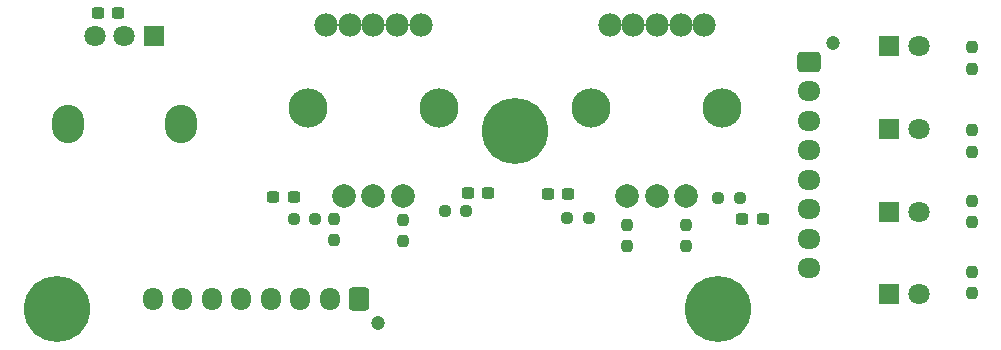
<source format=gbr>
%TF.GenerationSoftware,KiCad,Pcbnew,8.0.1-8.0.1-1~ubuntu22.04.1*%
%TF.CreationDate,2024-05-06T17:19:22+02:00*%
%TF.ProjectId,SecondaryBoard,5365636f-6e64-4617-9279-426f6172642e,rev?*%
%TF.SameCoordinates,Original*%
%TF.FileFunction,Soldermask,Bot*%
%TF.FilePolarity,Negative*%
%FSLAX46Y46*%
G04 Gerber Fmt 4.6, Leading zero omitted, Abs format (unit mm)*
G04 Created by KiCad (PCBNEW 8.0.1-8.0.1-1~ubuntu22.04.1) date 2024-05-06 17:19:22*
%MOMM*%
%LPD*%
G01*
G04 APERTURE LIST*
G04 Aperture macros list*
%AMRoundRect*
0 Rectangle with rounded corners*
0 $1 Rounding radius*
0 $2 $3 $4 $5 $6 $7 $8 $9 X,Y pos of 4 corners*
0 Add a 4 corners polygon primitive as box body*
4,1,4,$2,$3,$4,$5,$6,$7,$8,$9,$2,$3,0*
0 Add four circle primitives for the rounded corners*
1,1,$1+$1,$2,$3*
1,1,$1+$1,$4,$5*
1,1,$1+$1,$6,$7*
1,1,$1+$1,$8,$9*
0 Add four rect primitives between the rounded corners*
20,1,$1+$1,$2,$3,$4,$5,0*
20,1,$1+$1,$4,$5,$6,$7,0*
20,1,$1+$1,$6,$7,$8,$9,0*
20,1,$1+$1,$8,$9,$2,$3,0*%
G04 Aperture macros list end*
%ADD10R,1.800000X1.800000*%
%ADD11C,1.800000*%
%ADD12C,1.981200*%
%ADD13C,2.001520*%
%ADD14C,3.317240*%
%ADD15C,5.600000*%
%ADD16O,2.720000X3.240000*%
%ADD17RoundRect,0.237500X0.300000X0.237500X-0.300000X0.237500X-0.300000X-0.237500X0.300000X-0.237500X0*%
%ADD18RoundRect,0.237500X0.237500X-0.250000X0.237500X0.250000X-0.237500X0.250000X-0.237500X-0.250000X0*%
%ADD19RoundRect,0.237500X-0.250000X-0.237500X0.250000X-0.237500X0.250000X0.237500X-0.250000X0.237500X0*%
%ADD20RoundRect,0.237500X0.250000X0.237500X-0.250000X0.237500X-0.250000X-0.237500X0.250000X-0.237500X0*%
%ADD21RoundRect,0.237500X-0.237500X0.250000X-0.237500X-0.250000X0.237500X-0.250000X0.237500X0.250000X0*%
%ADD22RoundRect,0.237500X-0.300000X-0.237500X0.300000X-0.237500X0.300000X0.237500X-0.300000X0.237500X0*%
%ADD23C,1.200000*%
%ADD24RoundRect,0.250000X0.600000X0.725000X-0.600000X0.725000X-0.600000X-0.725000X0.600000X-0.725000X0*%
%ADD25O,1.700000X1.950000*%
%ADD26RoundRect,0.250000X-0.725000X0.600000X-0.725000X-0.600000X0.725000X-0.600000X0.725000X0.600000X0*%
%ADD27O,1.950000X1.700000*%
G04 APERTURE END LIST*
D10*
%TO.C,D4*%
X214649900Y-44800000D03*
D11*
X217189900Y-44800000D03*
%TD*%
D12*
%TO.C,S1*%
X191002040Y-43002300D03*
X193001020Y-43002300D03*
X195000000Y-43002300D03*
X196998980Y-43002300D03*
X198997960Y-43002300D03*
D13*
X192500640Y-57498080D03*
X197499360Y-57498080D03*
X195000000Y-57498080D03*
D14*
X189450100Y-50000000D03*
X200549900Y-50000000D03*
%TD*%
D15*
%TO.C,H2*%
X144200000Y-67000000D03*
%TD*%
D12*
%TO.C,S2*%
X167002040Y-43002300D03*
X169001020Y-43002300D03*
X171000000Y-43002300D03*
X172998980Y-43002300D03*
X174997960Y-43002300D03*
D13*
X168500640Y-57498080D03*
X173499360Y-57498080D03*
X171000000Y-57498080D03*
D14*
X165450100Y-50000000D03*
X176549900Y-50000000D03*
%TD*%
D10*
%TO.C,D1*%
X214649900Y-65800000D03*
D11*
X217189900Y-65800000D03*
%TD*%
D10*
%TO.C,D2*%
X214649900Y-58800000D03*
D11*
X217189900Y-58800000D03*
%TD*%
D10*
%TO.C,D3*%
X214649900Y-51800000D03*
D11*
X217189900Y-51800000D03*
%TD*%
D16*
%TO.C,RV1*%
X154700000Y-51400000D03*
X145100000Y-51400000D03*
D10*
X152400000Y-43900000D03*
D11*
X149900000Y-43900000D03*
X147400000Y-43900000D03*
%TD*%
D15*
%TO.C,H3*%
X200200000Y-67000000D03*
%TD*%
%TO.C,H1*%
X183000000Y-52000000D03*
%TD*%
D17*
%TO.C,C1*%
X180725000Y-57230000D03*
X179000000Y-57230000D03*
%TD*%
D18*
%TO.C,R3*%
X167700000Y-61212500D03*
X167700000Y-59387500D03*
%TD*%
D19*
%TO.C,R6*%
X164252400Y-59434730D03*
X166077400Y-59434730D03*
%TD*%
D20*
%TO.C,R5*%
X202012500Y-57600000D03*
X200187500Y-57600000D03*
%TD*%
D21*
%TO.C,R15*%
X221649900Y-51887500D03*
X221649900Y-53712500D03*
%TD*%
D18*
%TO.C,R1*%
X192500000Y-61712500D03*
X192500000Y-59887500D03*
%TD*%
D22*
%TO.C,C2*%
X162507400Y-57594730D03*
X164232400Y-57594730D03*
%TD*%
D20*
%TO.C,R8*%
X178867500Y-58755000D03*
X177042500Y-58755000D03*
%TD*%
D21*
%TO.C,R16*%
X221649900Y-44887500D03*
X221649900Y-46712500D03*
%TD*%
D23*
%TO.C,J4*%
X171400000Y-68200000D03*
D24*
X169800000Y-66200000D03*
D25*
X167300000Y-66200000D03*
X164800000Y-66200000D03*
X162300000Y-66200000D03*
X159800000Y-66200000D03*
X157300000Y-66200000D03*
X154800000Y-66200000D03*
X152300000Y-66200000D03*
%TD*%
D18*
%TO.C,R7*%
X173500000Y-61312500D03*
X173500000Y-59487500D03*
%TD*%
D17*
%TO.C,C3*%
X203962500Y-59400000D03*
X202237500Y-59400000D03*
%TD*%
D23*
%TO.C,J5*%
X209900000Y-44500000D03*
D26*
X207900000Y-46100000D03*
D27*
X207900000Y-48600000D03*
X207900000Y-51100000D03*
X207900000Y-53600000D03*
X207900000Y-56100000D03*
X207900000Y-58600000D03*
X207900000Y-61100000D03*
X207900000Y-63600000D03*
%TD*%
D18*
%TO.C,R13*%
X221649900Y-65712500D03*
X221649900Y-63887500D03*
%TD*%
%TO.C,R4*%
X197500000Y-61712500D03*
X197500000Y-59887500D03*
%TD*%
D21*
%TO.C,R14*%
X221649900Y-57887500D03*
X221649900Y-59712500D03*
%TD*%
D22*
%TO.C,C5*%
X147637500Y-42000000D03*
X149362500Y-42000000D03*
%TD*%
D19*
%TO.C,R2*%
X187387500Y-59300000D03*
X189212500Y-59300000D03*
%TD*%
D22*
%TO.C,C4*%
X185737500Y-57300000D03*
X187462500Y-57300000D03*
%TD*%
M02*

</source>
